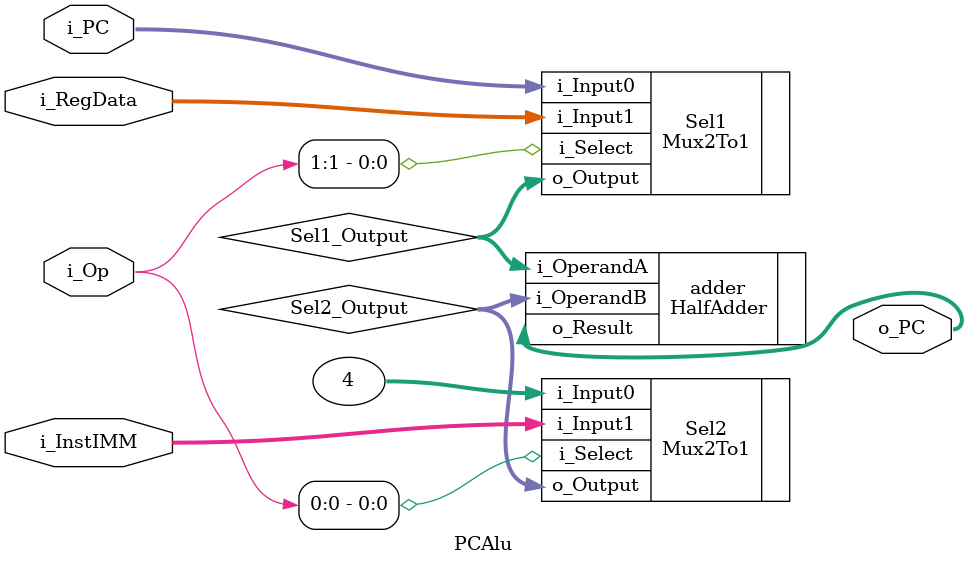
<source format=sv>
module PCAlu 
#(
    parameter DATA_WIDTH = 32,
    parameter PC_WIDTH   = 32)
(
    input  logic [1:0]            i_Op,      // Operacio
    
    input  logic [PC_WIDTH-1:0]   i_PC,      // PC
    input  logic [DATA_WIDTH-1:0] i_InstIMM, // Valor inmediat de la isntruccio
    input  logic [DATA_WIDTH-1:0] i_RegData, // Valor del registre base
    
    output logic [PC_WIDTH-1:0]   o_PC);     // El resultat
    
    logic [PC_WIDTH-1:0] Sel1_Output,
                         Sel2_Output;
    
    Mux2To1 #(
        .WIDTH (PC_WIDTH))
    Sel1 (
        .i_Select (i_Op[1]),
        .i_Input0 (i_PC),
        .i_Input1 (i_RegData[PC_WIDTH-1:0]),
        .o_Output (Sel1_Output));

    Mux2To1 #(
        .WIDTH (PC_WIDTH))
    Sel2 (
        .i_Select (i_Op[0]),
        .i_Input0 (4),
        .i_Input1 (i_InstIMM[PC_WIDTH-1:0]),
        .o_Output (Sel2_Output));
        
    HalfAdder #(
        .WIDTH (PC_WIDTH))
    adder (
        .i_OperandA (Sel1_Output),
        .i_OperandB (Sel2_Output),
        .o_Result   (o_PC));

endmodule

</source>
